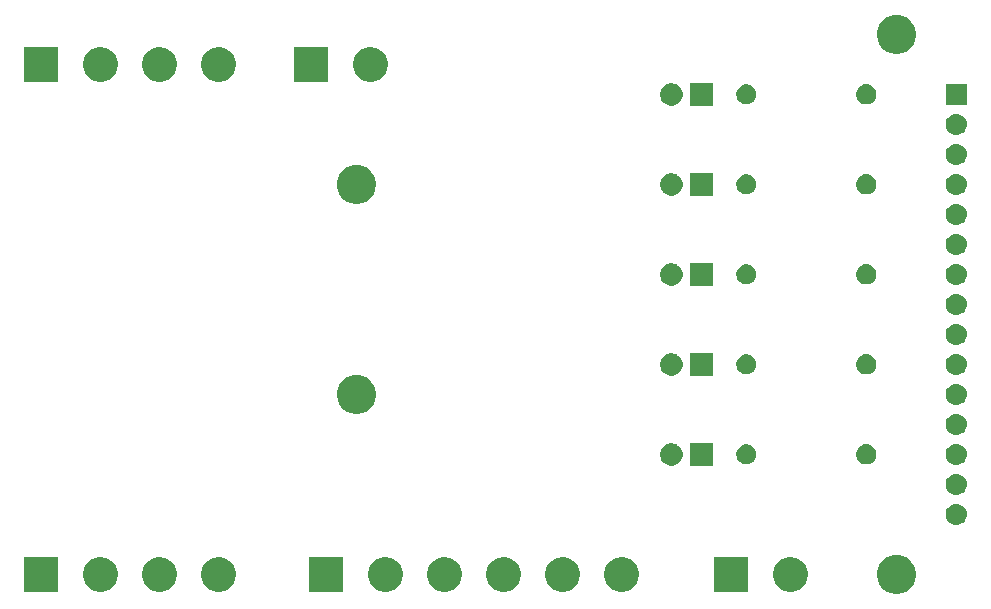
<source format=gbs>
G04 #@! TF.GenerationSoftware,KiCad,Pcbnew,(5.1.2)-2*
G04 #@! TF.CreationDate,2019-06-27T20:53:16-04:00*
G04 #@! TF.ProjectId,connection-portal,636f6e6e-6563-4746-996f-6e2d706f7274,rev?*
G04 #@! TF.SameCoordinates,Original*
G04 #@! TF.FileFunction,Soldermask,Bot*
G04 #@! TF.FilePolarity,Negative*
%FSLAX46Y46*%
G04 Gerber Fmt 4.6, Leading zero omitted, Abs format (unit mm)*
G04 Created by KiCad (PCBNEW (5.1.2)-2) date 2019-06-27 20:53:16*
%MOMM*%
%LPD*%
G04 APERTURE LIST*
%ADD10C,0.100000*%
G04 APERTURE END LIST*
D10*
G36*
X170555256Y-121581298D02*
G01*
X170661579Y-121602447D01*
X170962042Y-121726903D01*
X171232451Y-121907585D01*
X171462415Y-122137549D01*
X171643097Y-122407958D01*
X171767553Y-122708421D01*
X171831000Y-123027391D01*
X171831000Y-123352609D01*
X171767553Y-123671579D01*
X171643097Y-123972042D01*
X171462415Y-124242451D01*
X171232451Y-124472415D01*
X170962042Y-124653097D01*
X170661579Y-124777553D01*
X170555256Y-124798702D01*
X170342611Y-124841000D01*
X170017389Y-124841000D01*
X169804744Y-124798702D01*
X169698421Y-124777553D01*
X169397958Y-124653097D01*
X169127549Y-124472415D01*
X168897585Y-124242451D01*
X168716903Y-123972042D01*
X168592447Y-123671579D01*
X168529000Y-123352609D01*
X168529000Y-123027391D01*
X168592447Y-122708421D01*
X168716903Y-122407958D01*
X168897585Y-122137549D01*
X169127549Y-121907585D01*
X169397958Y-121726903D01*
X169698421Y-121602447D01*
X169804744Y-121581298D01*
X170017389Y-121539000D01*
X170342611Y-121539000D01*
X170555256Y-121581298D01*
X170555256Y-121581298D01*
G37*
G36*
X161633241Y-121794760D02*
G01*
X161897305Y-121904139D01*
X162134958Y-122062934D01*
X162337066Y-122265042D01*
X162495861Y-122502695D01*
X162605240Y-122766759D01*
X162661000Y-123047088D01*
X162661000Y-123332912D01*
X162605240Y-123613241D01*
X162495861Y-123877305D01*
X162337066Y-124114958D01*
X162134958Y-124317066D01*
X161897305Y-124475861D01*
X161633241Y-124585240D01*
X161352912Y-124641000D01*
X161067088Y-124641000D01*
X160786759Y-124585240D01*
X160522695Y-124475861D01*
X160285042Y-124317066D01*
X160082934Y-124114958D01*
X159924139Y-123877305D01*
X159814760Y-123613241D01*
X159759000Y-123332912D01*
X159759000Y-123047088D01*
X159814760Y-122766759D01*
X159924139Y-122502695D01*
X160082934Y-122265042D01*
X160285042Y-122062934D01*
X160522695Y-121904139D01*
X160786759Y-121794760D01*
X161067088Y-121739000D01*
X161352912Y-121739000D01*
X161633241Y-121794760D01*
X161633241Y-121794760D01*
G37*
G36*
X157661000Y-124641000D02*
G01*
X154759000Y-124641000D01*
X154759000Y-121739000D01*
X157661000Y-121739000D01*
X157661000Y-124641000D01*
X157661000Y-124641000D01*
G37*
G36*
X99241000Y-124641000D02*
G01*
X96339000Y-124641000D01*
X96339000Y-121739000D01*
X99241000Y-121739000D01*
X99241000Y-124641000D01*
X99241000Y-124641000D01*
G37*
G36*
X103213241Y-121794760D02*
G01*
X103477305Y-121904139D01*
X103714958Y-122062934D01*
X103917066Y-122265042D01*
X104075861Y-122502695D01*
X104185240Y-122766759D01*
X104241000Y-123047088D01*
X104241000Y-123332912D01*
X104185240Y-123613241D01*
X104075861Y-123877305D01*
X103917066Y-124114958D01*
X103714958Y-124317066D01*
X103477305Y-124475861D01*
X103213241Y-124585240D01*
X102932912Y-124641000D01*
X102647088Y-124641000D01*
X102366759Y-124585240D01*
X102102695Y-124475861D01*
X101865042Y-124317066D01*
X101662934Y-124114958D01*
X101504139Y-123877305D01*
X101394760Y-123613241D01*
X101339000Y-123332912D01*
X101339000Y-123047088D01*
X101394760Y-122766759D01*
X101504139Y-122502695D01*
X101662934Y-122265042D01*
X101865042Y-122062934D01*
X102102695Y-121904139D01*
X102366759Y-121794760D01*
X102647088Y-121739000D01*
X102932912Y-121739000D01*
X103213241Y-121794760D01*
X103213241Y-121794760D01*
G37*
G36*
X108213241Y-121794760D02*
G01*
X108477305Y-121904139D01*
X108714958Y-122062934D01*
X108917066Y-122265042D01*
X109075861Y-122502695D01*
X109185240Y-122766759D01*
X109241000Y-123047088D01*
X109241000Y-123332912D01*
X109185240Y-123613241D01*
X109075861Y-123877305D01*
X108917066Y-124114958D01*
X108714958Y-124317066D01*
X108477305Y-124475861D01*
X108213241Y-124585240D01*
X107932912Y-124641000D01*
X107647088Y-124641000D01*
X107366759Y-124585240D01*
X107102695Y-124475861D01*
X106865042Y-124317066D01*
X106662934Y-124114958D01*
X106504139Y-123877305D01*
X106394760Y-123613241D01*
X106339000Y-123332912D01*
X106339000Y-123047088D01*
X106394760Y-122766759D01*
X106504139Y-122502695D01*
X106662934Y-122265042D01*
X106865042Y-122062934D01*
X107102695Y-121904139D01*
X107366759Y-121794760D01*
X107647088Y-121739000D01*
X107932912Y-121739000D01*
X108213241Y-121794760D01*
X108213241Y-121794760D01*
G37*
G36*
X113213241Y-121794760D02*
G01*
X113477305Y-121904139D01*
X113714958Y-122062934D01*
X113917066Y-122265042D01*
X114075861Y-122502695D01*
X114185240Y-122766759D01*
X114241000Y-123047088D01*
X114241000Y-123332912D01*
X114185240Y-123613241D01*
X114075861Y-123877305D01*
X113917066Y-124114958D01*
X113714958Y-124317066D01*
X113477305Y-124475861D01*
X113213241Y-124585240D01*
X112932912Y-124641000D01*
X112647088Y-124641000D01*
X112366759Y-124585240D01*
X112102695Y-124475861D01*
X111865042Y-124317066D01*
X111662934Y-124114958D01*
X111504139Y-123877305D01*
X111394760Y-123613241D01*
X111339000Y-123332912D01*
X111339000Y-123047088D01*
X111394760Y-122766759D01*
X111504139Y-122502695D01*
X111662934Y-122265042D01*
X111865042Y-122062934D01*
X112102695Y-121904139D01*
X112366759Y-121794760D01*
X112647088Y-121739000D01*
X112932912Y-121739000D01*
X113213241Y-121794760D01*
X113213241Y-121794760D01*
G37*
G36*
X127343241Y-121794760D02*
G01*
X127607305Y-121904139D01*
X127844958Y-122062934D01*
X128047066Y-122265042D01*
X128205861Y-122502695D01*
X128315240Y-122766759D01*
X128371000Y-123047088D01*
X128371000Y-123332912D01*
X128315240Y-123613241D01*
X128205861Y-123877305D01*
X128047066Y-124114958D01*
X127844958Y-124317066D01*
X127607305Y-124475861D01*
X127343241Y-124585240D01*
X127062912Y-124641000D01*
X126777088Y-124641000D01*
X126496759Y-124585240D01*
X126232695Y-124475861D01*
X125995042Y-124317066D01*
X125792934Y-124114958D01*
X125634139Y-123877305D01*
X125524760Y-123613241D01*
X125469000Y-123332912D01*
X125469000Y-123047088D01*
X125524760Y-122766759D01*
X125634139Y-122502695D01*
X125792934Y-122265042D01*
X125995042Y-122062934D01*
X126232695Y-121904139D01*
X126496759Y-121794760D01*
X126777088Y-121739000D01*
X127062912Y-121739000D01*
X127343241Y-121794760D01*
X127343241Y-121794760D01*
G37*
G36*
X132343241Y-121794760D02*
G01*
X132607305Y-121904139D01*
X132844958Y-122062934D01*
X133047066Y-122265042D01*
X133205861Y-122502695D01*
X133315240Y-122766759D01*
X133371000Y-123047088D01*
X133371000Y-123332912D01*
X133315240Y-123613241D01*
X133205861Y-123877305D01*
X133047066Y-124114958D01*
X132844958Y-124317066D01*
X132607305Y-124475861D01*
X132343241Y-124585240D01*
X132062912Y-124641000D01*
X131777088Y-124641000D01*
X131496759Y-124585240D01*
X131232695Y-124475861D01*
X130995042Y-124317066D01*
X130792934Y-124114958D01*
X130634139Y-123877305D01*
X130524760Y-123613241D01*
X130469000Y-123332912D01*
X130469000Y-123047088D01*
X130524760Y-122766759D01*
X130634139Y-122502695D01*
X130792934Y-122265042D01*
X130995042Y-122062934D01*
X131232695Y-121904139D01*
X131496759Y-121794760D01*
X131777088Y-121739000D01*
X132062912Y-121739000D01*
X132343241Y-121794760D01*
X132343241Y-121794760D01*
G37*
G36*
X137343241Y-121794760D02*
G01*
X137607305Y-121904139D01*
X137844958Y-122062934D01*
X138047066Y-122265042D01*
X138205861Y-122502695D01*
X138315240Y-122766759D01*
X138371000Y-123047088D01*
X138371000Y-123332912D01*
X138315240Y-123613241D01*
X138205861Y-123877305D01*
X138047066Y-124114958D01*
X137844958Y-124317066D01*
X137607305Y-124475861D01*
X137343241Y-124585240D01*
X137062912Y-124641000D01*
X136777088Y-124641000D01*
X136496759Y-124585240D01*
X136232695Y-124475861D01*
X135995042Y-124317066D01*
X135792934Y-124114958D01*
X135634139Y-123877305D01*
X135524760Y-123613241D01*
X135469000Y-123332912D01*
X135469000Y-123047088D01*
X135524760Y-122766759D01*
X135634139Y-122502695D01*
X135792934Y-122265042D01*
X135995042Y-122062934D01*
X136232695Y-121904139D01*
X136496759Y-121794760D01*
X136777088Y-121739000D01*
X137062912Y-121739000D01*
X137343241Y-121794760D01*
X137343241Y-121794760D01*
G37*
G36*
X142343241Y-121794760D02*
G01*
X142607305Y-121904139D01*
X142844958Y-122062934D01*
X143047066Y-122265042D01*
X143205861Y-122502695D01*
X143315240Y-122766759D01*
X143371000Y-123047088D01*
X143371000Y-123332912D01*
X143315240Y-123613241D01*
X143205861Y-123877305D01*
X143047066Y-124114958D01*
X142844958Y-124317066D01*
X142607305Y-124475861D01*
X142343241Y-124585240D01*
X142062912Y-124641000D01*
X141777088Y-124641000D01*
X141496759Y-124585240D01*
X141232695Y-124475861D01*
X140995042Y-124317066D01*
X140792934Y-124114958D01*
X140634139Y-123877305D01*
X140524760Y-123613241D01*
X140469000Y-123332912D01*
X140469000Y-123047088D01*
X140524760Y-122766759D01*
X140634139Y-122502695D01*
X140792934Y-122265042D01*
X140995042Y-122062934D01*
X141232695Y-121904139D01*
X141496759Y-121794760D01*
X141777088Y-121739000D01*
X142062912Y-121739000D01*
X142343241Y-121794760D01*
X142343241Y-121794760D01*
G37*
G36*
X147343241Y-121794760D02*
G01*
X147607305Y-121904139D01*
X147844958Y-122062934D01*
X148047066Y-122265042D01*
X148205861Y-122502695D01*
X148315240Y-122766759D01*
X148371000Y-123047088D01*
X148371000Y-123332912D01*
X148315240Y-123613241D01*
X148205861Y-123877305D01*
X148047066Y-124114958D01*
X147844958Y-124317066D01*
X147607305Y-124475861D01*
X147343241Y-124585240D01*
X147062912Y-124641000D01*
X146777088Y-124641000D01*
X146496759Y-124585240D01*
X146232695Y-124475861D01*
X145995042Y-124317066D01*
X145792934Y-124114958D01*
X145634139Y-123877305D01*
X145524760Y-123613241D01*
X145469000Y-123332912D01*
X145469000Y-123047088D01*
X145524760Y-122766759D01*
X145634139Y-122502695D01*
X145792934Y-122265042D01*
X145995042Y-122062934D01*
X146232695Y-121904139D01*
X146496759Y-121794760D01*
X146777088Y-121739000D01*
X147062912Y-121739000D01*
X147343241Y-121794760D01*
X147343241Y-121794760D01*
G37*
G36*
X123371000Y-124641000D02*
G01*
X120469000Y-124641000D01*
X120469000Y-121739000D01*
X123371000Y-121739000D01*
X123371000Y-124641000D01*
X123371000Y-124641000D01*
G37*
G36*
X175370443Y-117215519D02*
G01*
X175436627Y-117222037D01*
X175606466Y-117273557D01*
X175762991Y-117357222D01*
X175798729Y-117386552D01*
X175900186Y-117469814D01*
X175983448Y-117571271D01*
X176012778Y-117607009D01*
X176096443Y-117763534D01*
X176147963Y-117933373D01*
X176165359Y-118110000D01*
X176147963Y-118286627D01*
X176096443Y-118456466D01*
X176012778Y-118612991D01*
X175983448Y-118648729D01*
X175900186Y-118750186D01*
X175798729Y-118833448D01*
X175762991Y-118862778D01*
X175606466Y-118946443D01*
X175436627Y-118997963D01*
X175370443Y-119004481D01*
X175304260Y-119011000D01*
X175215740Y-119011000D01*
X175149557Y-119004481D01*
X175083373Y-118997963D01*
X174913534Y-118946443D01*
X174757009Y-118862778D01*
X174721271Y-118833448D01*
X174619814Y-118750186D01*
X174536552Y-118648729D01*
X174507222Y-118612991D01*
X174423557Y-118456466D01*
X174372037Y-118286627D01*
X174354641Y-118110000D01*
X174372037Y-117933373D01*
X174423557Y-117763534D01*
X174507222Y-117607009D01*
X174536552Y-117571271D01*
X174619814Y-117469814D01*
X174721271Y-117386552D01*
X174757009Y-117357222D01*
X174913534Y-117273557D01*
X175083373Y-117222037D01*
X175149557Y-117215519D01*
X175215740Y-117209000D01*
X175304260Y-117209000D01*
X175370443Y-117215519D01*
X175370443Y-117215519D01*
G37*
G36*
X175370443Y-114675519D02*
G01*
X175436627Y-114682037D01*
X175606466Y-114733557D01*
X175762991Y-114817222D01*
X175798729Y-114846552D01*
X175900186Y-114929814D01*
X175983448Y-115031271D01*
X176012778Y-115067009D01*
X176096443Y-115223534D01*
X176147963Y-115393373D01*
X176165359Y-115570000D01*
X176147963Y-115746627D01*
X176096443Y-115916466D01*
X176012778Y-116072991D01*
X175983448Y-116108729D01*
X175900186Y-116210186D01*
X175798729Y-116293448D01*
X175762991Y-116322778D01*
X175606466Y-116406443D01*
X175436627Y-116457963D01*
X175370442Y-116464482D01*
X175304260Y-116471000D01*
X175215740Y-116471000D01*
X175149558Y-116464482D01*
X175083373Y-116457963D01*
X174913534Y-116406443D01*
X174757009Y-116322778D01*
X174721271Y-116293448D01*
X174619814Y-116210186D01*
X174536552Y-116108729D01*
X174507222Y-116072991D01*
X174423557Y-115916466D01*
X174372037Y-115746627D01*
X174354641Y-115570000D01*
X174372037Y-115393373D01*
X174423557Y-115223534D01*
X174507222Y-115067009D01*
X174536552Y-115031271D01*
X174619814Y-114929814D01*
X174721271Y-114846552D01*
X174757009Y-114817222D01*
X174913534Y-114733557D01*
X175083373Y-114682037D01*
X175149557Y-114675519D01*
X175215740Y-114669000D01*
X175304260Y-114669000D01*
X175370443Y-114675519D01*
X175370443Y-114675519D01*
G37*
G36*
X151407395Y-112115546D02*
G01*
X151580466Y-112187234D01*
X151617086Y-112211703D01*
X151736227Y-112291310D01*
X151868690Y-112423773D01*
X151911284Y-112487520D01*
X151972766Y-112579534D01*
X152044454Y-112752605D01*
X152081000Y-112936333D01*
X152081000Y-113123667D01*
X152044454Y-113307395D01*
X151972766Y-113480466D01*
X151972765Y-113480467D01*
X151868690Y-113636227D01*
X151736227Y-113768690D01*
X151713092Y-113784148D01*
X151580466Y-113872766D01*
X151407395Y-113944454D01*
X151223667Y-113981000D01*
X151036333Y-113981000D01*
X150852605Y-113944454D01*
X150679534Y-113872766D01*
X150546908Y-113784148D01*
X150523773Y-113768690D01*
X150391310Y-113636227D01*
X150287235Y-113480467D01*
X150287234Y-113480466D01*
X150215546Y-113307395D01*
X150179000Y-113123667D01*
X150179000Y-112936333D01*
X150215546Y-112752605D01*
X150287234Y-112579534D01*
X150348716Y-112487520D01*
X150391310Y-112423773D01*
X150523773Y-112291310D01*
X150642914Y-112211703D01*
X150679534Y-112187234D01*
X150852605Y-112115546D01*
X151036333Y-112079000D01*
X151223667Y-112079000D01*
X151407395Y-112115546D01*
X151407395Y-112115546D01*
G37*
G36*
X154621000Y-113981000D02*
G01*
X152719000Y-113981000D01*
X152719000Y-112079000D01*
X154621000Y-112079000D01*
X154621000Y-113981000D01*
X154621000Y-113981000D01*
G37*
G36*
X175370443Y-112135519D02*
G01*
X175436627Y-112142037D01*
X175606466Y-112193557D01*
X175762991Y-112277222D01*
X175780156Y-112291309D01*
X175900186Y-112389814D01*
X175980369Y-112487519D01*
X176012778Y-112527009D01*
X176096443Y-112683534D01*
X176147963Y-112853373D01*
X176165359Y-113030000D01*
X176147963Y-113206627D01*
X176096443Y-113376466D01*
X176012778Y-113532991D01*
X175983448Y-113568729D01*
X175900186Y-113670186D01*
X175798729Y-113753448D01*
X175762991Y-113782778D01*
X175606466Y-113866443D01*
X175436627Y-113917963D01*
X175370443Y-113924481D01*
X175304260Y-113931000D01*
X175215740Y-113931000D01*
X175149557Y-113924481D01*
X175083373Y-113917963D01*
X174913534Y-113866443D01*
X174757009Y-113782778D01*
X174721271Y-113753448D01*
X174619814Y-113670186D01*
X174536552Y-113568729D01*
X174507222Y-113532991D01*
X174423557Y-113376466D01*
X174372037Y-113206627D01*
X174354641Y-113030000D01*
X174372037Y-112853373D01*
X174423557Y-112683534D01*
X174507222Y-112527009D01*
X174539631Y-112487519D01*
X174619814Y-112389814D01*
X174739844Y-112291309D01*
X174757009Y-112277222D01*
X174913534Y-112193557D01*
X175083373Y-112142037D01*
X175149557Y-112135519D01*
X175215740Y-112129000D01*
X175304260Y-112129000D01*
X175370443Y-112135519D01*
X175370443Y-112135519D01*
G37*
G36*
X167806823Y-112191313D02*
G01*
X167967242Y-112239976D01*
X168034361Y-112275852D01*
X168115078Y-112318996D01*
X168244659Y-112425341D01*
X168351004Y-112554922D01*
X168351005Y-112554924D01*
X168430024Y-112702758D01*
X168478687Y-112863177D01*
X168495117Y-113030000D01*
X168478687Y-113196823D01*
X168430024Y-113357242D01*
X168389477Y-113433100D01*
X168351004Y-113505078D01*
X168244659Y-113634659D01*
X168115078Y-113741004D01*
X168115076Y-113741005D01*
X167967242Y-113820024D01*
X167806823Y-113868687D01*
X167681804Y-113881000D01*
X167598196Y-113881000D01*
X167473177Y-113868687D01*
X167312758Y-113820024D01*
X167164924Y-113741005D01*
X167164922Y-113741004D01*
X167035341Y-113634659D01*
X166928996Y-113505078D01*
X166890523Y-113433100D01*
X166849976Y-113357242D01*
X166801313Y-113196823D01*
X166784883Y-113030000D01*
X166801313Y-112863177D01*
X166849976Y-112702758D01*
X166928995Y-112554924D01*
X166928996Y-112554922D01*
X167035341Y-112425341D01*
X167164922Y-112318996D01*
X167245639Y-112275852D01*
X167312758Y-112239976D01*
X167473177Y-112191313D01*
X167598196Y-112179000D01*
X167681804Y-112179000D01*
X167806823Y-112191313D01*
X167806823Y-112191313D01*
G37*
G36*
X157728228Y-112211703D02*
G01*
X157883100Y-112275853D01*
X158022481Y-112368985D01*
X158141015Y-112487519D01*
X158234147Y-112626900D01*
X158298297Y-112781772D01*
X158331000Y-112946184D01*
X158331000Y-113113816D01*
X158298297Y-113278228D01*
X158234147Y-113433100D01*
X158141015Y-113572481D01*
X158022481Y-113691015D01*
X157883100Y-113784147D01*
X157728228Y-113848297D01*
X157563816Y-113881000D01*
X157396184Y-113881000D01*
X157231772Y-113848297D01*
X157076900Y-113784147D01*
X156937519Y-113691015D01*
X156818985Y-113572481D01*
X156725853Y-113433100D01*
X156661703Y-113278228D01*
X156629000Y-113113816D01*
X156629000Y-112946184D01*
X156661703Y-112781772D01*
X156725853Y-112626900D01*
X156818985Y-112487519D01*
X156937519Y-112368985D01*
X157076900Y-112275853D01*
X157231772Y-112211703D01*
X157396184Y-112179000D01*
X157563816Y-112179000D01*
X157728228Y-112211703D01*
X157728228Y-112211703D01*
G37*
G36*
X175370442Y-109595518D02*
G01*
X175436627Y-109602037D01*
X175606466Y-109653557D01*
X175762991Y-109737222D01*
X175798729Y-109766552D01*
X175900186Y-109849814D01*
X175983448Y-109951271D01*
X176012778Y-109987009D01*
X176096443Y-110143534D01*
X176147963Y-110313373D01*
X176165359Y-110490000D01*
X176147963Y-110666627D01*
X176096443Y-110836466D01*
X176012778Y-110992991D01*
X175983448Y-111028729D01*
X175900186Y-111130186D01*
X175798729Y-111213448D01*
X175762991Y-111242778D01*
X175606466Y-111326443D01*
X175436627Y-111377963D01*
X175370443Y-111384481D01*
X175304260Y-111391000D01*
X175215740Y-111391000D01*
X175149557Y-111384481D01*
X175083373Y-111377963D01*
X174913534Y-111326443D01*
X174757009Y-111242778D01*
X174721271Y-111213448D01*
X174619814Y-111130186D01*
X174536552Y-111028729D01*
X174507222Y-110992991D01*
X174423557Y-110836466D01*
X174372037Y-110666627D01*
X174354641Y-110490000D01*
X174372037Y-110313373D01*
X174423557Y-110143534D01*
X174507222Y-109987009D01*
X174536552Y-109951271D01*
X174619814Y-109849814D01*
X174721271Y-109766552D01*
X174757009Y-109737222D01*
X174913534Y-109653557D01*
X175083373Y-109602037D01*
X175149558Y-109595518D01*
X175215740Y-109589000D01*
X175304260Y-109589000D01*
X175370442Y-109595518D01*
X175370442Y-109595518D01*
G37*
G36*
X124835256Y-106341298D02*
G01*
X124941579Y-106362447D01*
X125242042Y-106486903D01*
X125512451Y-106667585D01*
X125742415Y-106897549D01*
X125923097Y-107167958D01*
X126047553Y-107468421D01*
X126111000Y-107787391D01*
X126111000Y-108112609D01*
X126047553Y-108431579D01*
X125923097Y-108732042D01*
X125742415Y-109002451D01*
X125512451Y-109232415D01*
X125242042Y-109413097D01*
X124941579Y-109537553D01*
X124835256Y-109558702D01*
X124622611Y-109601000D01*
X124297389Y-109601000D01*
X124084744Y-109558702D01*
X123978421Y-109537553D01*
X123677958Y-109413097D01*
X123407549Y-109232415D01*
X123177585Y-109002451D01*
X122996903Y-108732042D01*
X122872447Y-108431579D01*
X122809000Y-108112609D01*
X122809000Y-107787391D01*
X122872447Y-107468421D01*
X122996903Y-107167958D01*
X123177585Y-106897549D01*
X123407549Y-106667585D01*
X123677958Y-106486903D01*
X123978421Y-106362447D01*
X124084744Y-106341298D01*
X124297389Y-106299000D01*
X124622611Y-106299000D01*
X124835256Y-106341298D01*
X124835256Y-106341298D01*
G37*
G36*
X175370442Y-107055518D02*
G01*
X175436627Y-107062037D01*
X175606466Y-107113557D01*
X175762991Y-107197222D01*
X175798729Y-107226552D01*
X175900186Y-107309814D01*
X175983448Y-107411271D01*
X176012778Y-107447009D01*
X176096443Y-107603534D01*
X176147963Y-107773373D01*
X176165359Y-107950000D01*
X176147963Y-108126627D01*
X176096443Y-108296466D01*
X176012778Y-108452991D01*
X175983448Y-108488729D01*
X175900186Y-108590186D01*
X175798729Y-108673448D01*
X175762991Y-108702778D01*
X175606466Y-108786443D01*
X175436627Y-108837963D01*
X175370442Y-108844482D01*
X175304260Y-108851000D01*
X175215740Y-108851000D01*
X175149558Y-108844482D01*
X175083373Y-108837963D01*
X174913534Y-108786443D01*
X174757009Y-108702778D01*
X174721271Y-108673448D01*
X174619814Y-108590186D01*
X174536552Y-108488729D01*
X174507222Y-108452991D01*
X174423557Y-108296466D01*
X174372037Y-108126627D01*
X174354641Y-107950000D01*
X174372037Y-107773373D01*
X174423557Y-107603534D01*
X174507222Y-107447009D01*
X174536552Y-107411271D01*
X174619814Y-107309814D01*
X174721271Y-107226552D01*
X174757009Y-107197222D01*
X174913534Y-107113557D01*
X175083373Y-107062037D01*
X175149558Y-107055518D01*
X175215740Y-107049000D01*
X175304260Y-107049000D01*
X175370442Y-107055518D01*
X175370442Y-107055518D01*
G37*
G36*
X151407395Y-104495546D02*
G01*
X151580466Y-104567234D01*
X151617086Y-104591703D01*
X151736227Y-104671310D01*
X151868690Y-104803773D01*
X151911284Y-104867520D01*
X151972766Y-104959534D01*
X152044454Y-105132605D01*
X152081000Y-105316333D01*
X152081000Y-105503667D01*
X152044454Y-105687395D01*
X151972766Y-105860466D01*
X151972765Y-105860467D01*
X151868690Y-106016227D01*
X151736227Y-106148690D01*
X151713092Y-106164148D01*
X151580466Y-106252766D01*
X151407395Y-106324454D01*
X151223667Y-106361000D01*
X151036333Y-106361000D01*
X150852605Y-106324454D01*
X150679534Y-106252766D01*
X150546908Y-106164148D01*
X150523773Y-106148690D01*
X150391310Y-106016227D01*
X150287235Y-105860467D01*
X150287234Y-105860466D01*
X150215546Y-105687395D01*
X150179000Y-105503667D01*
X150179000Y-105316333D01*
X150215546Y-105132605D01*
X150287234Y-104959534D01*
X150348716Y-104867520D01*
X150391310Y-104803773D01*
X150523773Y-104671310D01*
X150642914Y-104591703D01*
X150679534Y-104567234D01*
X150852605Y-104495546D01*
X151036333Y-104459000D01*
X151223667Y-104459000D01*
X151407395Y-104495546D01*
X151407395Y-104495546D01*
G37*
G36*
X154621000Y-106361000D02*
G01*
X152719000Y-106361000D01*
X152719000Y-104459000D01*
X154621000Y-104459000D01*
X154621000Y-106361000D01*
X154621000Y-106361000D01*
G37*
G36*
X175370443Y-104515519D02*
G01*
X175436627Y-104522037D01*
X175606466Y-104573557D01*
X175762991Y-104657222D01*
X175780156Y-104671309D01*
X175900186Y-104769814D01*
X175980369Y-104867519D01*
X176012778Y-104907009D01*
X176096443Y-105063534D01*
X176147963Y-105233373D01*
X176165359Y-105410000D01*
X176147963Y-105586627D01*
X176096443Y-105756466D01*
X176012778Y-105912991D01*
X175983448Y-105948729D01*
X175900186Y-106050186D01*
X175798729Y-106133448D01*
X175762991Y-106162778D01*
X175606466Y-106246443D01*
X175436627Y-106297963D01*
X175370442Y-106304482D01*
X175304260Y-106311000D01*
X175215740Y-106311000D01*
X175149558Y-106304482D01*
X175083373Y-106297963D01*
X174913534Y-106246443D01*
X174757009Y-106162778D01*
X174721271Y-106133448D01*
X174619814Y-106050186D01*
X174536552Y-105948729D01*
X174507222Y-105912991D01*
X174423557Y-105756466D01*
X174372037Y-105586627D01*
X174354641Y-105410000D01*
X174372037Y-105233373D01*
X174423557Y-105063534D01*
X174507222Y-104907009D01*
X174539631Y-104867519D01*
X174619814Y-104769814D01*
X174739844Y-104671309D01*
X174757009Y-104657222D01*
X174913534Y-104573557D01*
X175083373Y-104522037D01*
X175149557Y-104515519D01*
X175215740Y-104509000D01*
X175304260Y-104509000D01*
X175370443Y-104515519D01*
X175370443Y-104515519D01*
G37*
G36*
X157728228Y-104591703D02*
G01*
X157883100Y-104655853D01*
X158022481Y-104748985D01*
X158141015Y-104867519D01*
X158234147Y-105006900D01*
X158298297Y-105161772D01*
X158331000Y-105326184D01*
X158331000Y-105493816D01*
X158298297Y-105658228D01*
X158234147Y-105813100D01*
X158141015Y-105952481D01*
X158022481Y-106071015D01*
X157883100Y-106164147D01*
X157728228Y-106228297D01*
X157563816Y-106261000D01*
X157396184Y-106261000D01*
X157231772Y-106228297D01*
X157076900Y-106164147D01*
X156937519Y-106071015D01*
X156818985Y-105952481D01*
X156725853Y-105813100D01*
X156661703Y-105658228D01*
X156629000Y-105493816D01*
X156629000Y-105326184D01*
X156661703Y-105161772D01*
X156725853Y-105006900D01*
X156818985Y-104867519D01*
X156937519Y-104748985D01*
X157076900Y-104655853D01*
X157231772Y-104591703D01*
X157396184Y-104559000D01*
X157563816Y-104559000D01*
X157728228Y-104591703D01*
X157728228Y-104591703D01*
G37*
G36*
X167806823Y-104571313D02*
G01*
X167967242Y-104619976D01*
X168034361Y-104655852D01*
X168115078Y-104698996D01*
X168244659Y-104805341D01*
X168351004Y-104934922D01*
X168351005Y-104934924D01*
X168430024Y-105082758D01*
X168478687Y-105243177D01*
X168495117Y-105410000D01*
X168478687Y-105576823D01*
X168430024Y-105737242D01*
X168389477Y-105813100D01*
X168351004Y-105885078D01*
X168244659Y-106014659D01*
X168115078Y-106121004D01*
X168115076Y-106121005D01*
X167967242Y-106200024D01*
X167806823Y-106248687D01*
X167681804Y-106261000D01*
X167598196Y-106261000D01*
X167473177Y-106248687D01*
X167312758Y-106200024D01*
X167164924Y-106121005D01*
X167164922Y-106121004D01*
X167035341Y-106014659D01*
X166928996Y-105885078D01*
X166890523Y-105813100D01*
X166849976Y-105737242D01*
X166801313Y-105576823D01*
X166784883Y-105410000D01*
X166801313Y-105243177D01*
X166849976Y-105082758D01*
X166928995Y-104934924D01*
X166928996Y-104934922D01*
X167035341Y-104805341D01*
X167164922Y-104698996D01*
X167245639Y-104655852D01*
X167312758Y-104619976D01*
X167473177Y-104571313D01*
X167598196Y-104559000D01*
X167681804Y-104559000D01*
X167806823Y-104571313D01*
X167806823Y-104571313D01*
G37*
G36*
X175370442Y-101975518D02*
G01*
X175436627Y-101982037D01*
X175606466Y-102033557D01*
X175762991Y-102117222D01*
X175798729Y-102146552D01*
X175900186Y-102229814D01*
X175983448Y-102331271D01*
X176012778Y-102367009D01*
X176096443Y-102523534D01*
X176147963Y-102693373D01*
X176165359Y-102870000D01*
X176147963Y-103046627D01*
X176096443Y-103216466D01*
X176012778Y-103372991D01*
X175983448Y-103408729D01*
X175900186Y-103510186D01*
X175798729Y-103593448D01*
X175762991Y-103622778D01*
X175606466Y-103706443D01*
X175436627Y-103757963D01*
X175370443Y-103764481D01*
X175304260Y-103771000D01*
X175215740Y-103771000D01*
X175149557Y-103764481D01*
X175083373Y-103757963D01*
X174913534Y-103706443D01*
X174757009Y-103622778D01*
X174721271Y-103593448D01*
X174619814Y-103510186D01*
X174536552Y-103408729D01*
X174507222Y-103372991D01*
X174423557Y-103216466D01*
X174372037Y-103046627D01*
X174354641Y-102870000D01*
X174372037Y-102693373D01*
X174423557Y-102523534D01*
X174507222Y-102367009D01*
X174536552Y-102331271D01*
X174619814Y-102229814D01*
X174721271Y-102146552D01*
X174757009Y-102117222D01*
X174913534Y-102033557D01*
X175083373Y-101982037D01*
X175149558Y-101975518D01*
X175215740Y-101969000D01*
X175304260Y-101969000D01*
X175370442Y-101975518D01*
X175370442Y-101975518D01*
G37*
G36*
X175370443Y-99435519D02*
G01*
X175436627Y-99442037D01*
X175606466Y-99493557D01*
X175762991Y-99577222D01*
X175798729Y-99606552D01*
X175900186Y-99689814D01*
X175983448Y-99791271D01*
X176012778Y-99827009D01*
X176096443Y-99983534D01*
X176147963Y-100153373D01*
X176165359Y-100330000D01*
X176147963Y-100506627D01*
X176096443Y-100676466D01*
X176012778Y-100832991D01*
X175983448Y-100868729D01*
X175900186Y-100970186D01*
X175798729Y-101053448D01*
X175762991Y-101082778D01*
X175606466Y-101166443D01*
X175436627Y-101217963D01*
X175370443Y-101224481D01*
X175304260Y-101231000D01*
X175215740Y-101231000D01*
X175149558Y-101224482D01*
X175083373Y-101217963D01*
X174913534Y-101166443D01*
X174757009Y-101082778D01*
X174721271Y-101053448D01*
X174619814Y-100970186D01*
X174536552Y-100868729D01*
X174507222Y-100832991D01*
X174423557Y-100676466D01*
X174372037Y-100506627D01*
X174354641Y-100330000D01*
X174372037Y-100153373D01*
X174423557Y-99983534D01*
X174507222Y-99827009D01*
X174536552Y-99791271D01*
X174619814Y-99689814D01*
X174721271Y-99606552D01*
X174757009Y-99577222D01*
X174913534Y-99493557D01*
X175083373Y-99442037D01*
X175149558Y-99435518D01*
X175215740Y-99429000D01*
X175304260Y-99429000D01*
X175370443Y-99435519D01*
X175370443Y-99435519D01*
G37*
G36*
X151407395Y-96875546D02*
G01*
X151580466Y-96947234D01*
X151617086Y-96971703D01*
X151736227Y-97051310D01*
X151868690Y-97183773D01*
X151911284Y-97247520D01*
X151972766Y-97339534D01*
X152044454Y-97512605D01*
X152081000Y-97696333D01*
X152081000Y-97883667D01*
X152044454Y-98067395D01*
X151972766Y-98240466D01*
X151972765Y-98240467D01*
X151868690Y-98396227D01*
X151736227Y-98528690D01*
X151713092Y-98544148D01*
X151580466Y-98632766D01*
X151407395Y-98704454D01*
X151223667Y-98741000D01*
X151036333Y-98741000D01*
X150852605Y-98704454D01*
X150679534Y-98632766D01*
X150546908Y-98544148D01*
X150523773Y-98528690D01*
X150391310Y-98396227D01*
X150287235Y-98240467D01*
X150287234Y-98240466D01*
X150215546Y-98067395D01*
X150179000Y-97883667D01*
X150179000Y-97696333D01*
X150215546Y-97512605D01*
X150287234Y-97339534D01*
X150348716Y-97247520D01*
X150391310Y-97183773D01*
X150523773Y-97051310D01*
X150642914Y-96971703D01*
X150679534Y-96947234D01*
X150852605Y-96875546D01*
X151036333Y-96839000D01*
X151223667Y-96839000D01*
X151407395Y-96875546D01*
X151407395Y-96875546D01*
G37*
G36*
X154621000Y-98741000D02*
G01*
X152719000Y-98741000D01*
X152719000Y-96839000D01*
X154621000Y-96839000D01*
X154621000Y-98741000D01*
X154621000Y-98741000D01*
G37*
G36*
X175370442Y-96895518D02*
G01*
X175436627Y-96902037D01*
X175606466Y-96953557D01*
X175762991Y-97037222D01*
X175780156Y-97051309D01*
X175900186Y-97149814D01*
X175980369Y-97247519D01*
X176012778Y-97287009D01*
X176096443Y-97443534D01*
X176147963Y-97613373D01*
X176165359Y-97790000D01*
X176147963Y-97966627D01*
X176096443Y-98136466D01*
X176012778Y-98292991D01*
X175983448Y-98328729D01*
X175900186Y-98430186D01*
X175798729Y-98513448D01*
X175762991Y-98542778D01*
X175606466Y-98626443D01*
X175436627Y-98677963D01*
X175370442Y-98684482D01*
X175304260Y-98691000D01*
X175215740Y-98691000D01*
X175149558Y-98684482D01*
X175083373Y-98677963D01*
X174913534Y-98626443D01*
X174757009Y-98542778D01*
X174721271Y-98513448D01*
X174619814Y-98430186D01*
X174536552Y-98328729D01*
X174507222Y-98292991D01*
X174423557Y-98136466D01*
X174372037Y-97966627D01*
X174354641Y-97790000D01*
X174372037Y-97613373D01*
X174423557Y-97443534D01*
X174507222Y-97287009D01*
X174539631Y-97247519D01*
X174619814Y-97149814D01*
X174739844Y-97051309D01*
X174757009Y-97037222D01*
X174913534Y-96953557D01*
X175083373Y-96902037D01*
X175149558Y-96895518D01*
X175215740Y-96889000D01*
X175304260Y-96889000D01*
X175370442Y-96895518D01*
X175370442Y-96895518D01*
G37*
G36*
X157728228Y-96971703D02*
G01*
X157883100Y-97035853D01*
X158022481Y-97128985D01*
X158141015Y-97247519D01*
X158234147Y-97386900D01*
X158298297Y-97541772D01*
X158331000Y-97706184D01*
X158331000Y-97873816D01*
X158298297Y-98038228D01*
X158234147Y-98193100D01*
X158141015Y-98332481D01*
X158022481Y-98451015D01*
X157883100Y-98544147D01*
X157728228Y-98608297D01*
X157563816Y-98641000D01*
X157396184Y-98641000D01*
X157231772Y-98608297D01*
X157076900Y-98544147D01*
X156937519Y-98451015D01*
X156818985Y-98332481D01*
X156725853Y-98193100D01*
X156661703Y-98038228D01*
X156629000Y-97873816D01*
X156629000Y-97706184D01*
X156661703Y-97541772D01*
X156725853Y-97386900D01*
X156818985Y-97247519D01*
X156937519Y-97128985D01*
X157076900Y-97035853D01*
X157231772Y-96971703D01*
X157396184Y-96939000D01*
X157563816Y-96939000D01*
X157728228Y-96971703D01*
X157728228Y-96971703D01*
G37*
G36*
X167806823Y-96951313D02*
G01*
X167967242Y-96999976D01*
X168034361Y-97035852D01*
X168115078Y-97078996D01*
X168244659Y-97185341D01*
X168351004Y-97314922D01*
X168351005Y-97314924D01*
X168430024Y-97462758D01*
X168478687Y-97623177D01*
X168495117Y-97790000D01*
X168478687Y-97956823D01*
X168430024Y-98117242D01*
X168389477Y-98193100D01*
X168351004Y-98265078D01*
X168244659Y-98394659D01*
X168115078Y-98501004D01*
X168115076Y-98501005D01*
X167967242Y-98580024D01*
X167806823Y-98628687D01*
X167681804Y-98641000D01*
X167598196Y-98641000D01*
X167473177Y-98628687D01*
X167312758Y-98580024D01*
X167164924Y-98501005D01*
X167164922Y-98501004D01*
X167035341Y-98394659D01*
X166928996Y-98265078D01*
X166890523Y-98193100D01*
X166849976Y-98117242D01*
X166801313Y-97956823D01*
X166784883Y-97790000D01*
X166801313Y-97623177D01*
X166849976Y-97462758D01*
X166928995Y-97314924D01*
X166928996Y-97314922D01*
X167035341Y-97185341D01*
X167164922Y-97078996D01*
X167245639Y-97035852D01*
X167312758Y-96999976D01*
X167473177Y-96951313D01*
X167598196Y-96939000D01*
X167681804Y-96939000D01*
X167806823Y-96951313D01*
X167806823Y-96951313D01*
G37*
G36*
X175370442Y-94355518D02*
G01*
X175436627Y-94362037D01*
X175606466Y-94413557D01*
X175762991Y-94497222D01*
X175798729Y-94526552D01*
X175900186Y-94609814D01*
X175983448Y-94711271D01*
X176012778Y-94747009D01*
X176096443Y-94903534D01*
X176147963Y-95073373D01*
X176165359Y-95250000D01*
X176147963Y-95426627D01*
X176096443Y-95596466D01*
X176012778Y-95752991D01*
X175983448Y-95788729D01*
X175900186Y-95890186D01*
X175798729Y-95973448D01*
X175762991Y-96002778D01*
X175606466Y-96086443D01*
X175436627Y-96137963D01*
X175370443Y-96144481D01*
X175304260Y-96151000D01*
X175215740Y-96151000D01*
X175149558Y-96144482D01*
X175083373Y-96137963D01*
X174913534Y-96086443D01*
X174757009Y-96002778D01*
X174721271Y-95973448D01*
X174619814Y-95890186D01*
X174536552Y-95788729D01*
X174507222Y-95752991D01*
X174423557Y-95596466D01*
X174372037Y-95426627D01*
X174354641Y-95250000D01*
X174372037Y-95073373D01*
X174423557Y-94903534D01*
X174507222Y-94747009D01*
X174536552Y-94711271D01*
X174619814Y-94609814D01*
X174721271Y-94526552D01*
X174757009Y-94497222D01*
X174913534Y-94413557D01*
X175083373Y-94362037D01*
X175149557Y-94355519D01*
X175215740Y-94349000D01*
X175304260Y-94349000D01*
X175370442Y-94355518D01*
X175370442Y-94355518D01*
G37*
G36*
X175370442Y-91815518D02*
G01*
X175436627Y-91822037D01*
X175606466Y-91873557D01*
X175762991Y-91957222D01*
X175798729Y-91986552D01*
X175900186Y-92069814D01*
X175983448Y-92171271D01*
X176012778Y-92207009D01*
X176096443Y-92363534D01*
X176147963Y-92533373D01*
X176165359Y-92710000D01*
X176147963Y-92886627D01*
X176096443Y-93056466D01*
X176012778Y-93212991D01*
X175983448Y-93248729D01*
X175900186Y-93350186D01*
X175798729Y-93433448D01*
X175762991Y-93462778D01*
X175606466Y-93546443D01*
X175436627Y-93597963D01*
X175370442Y-93604482D01*
X175304260Y-93611000D01*
X175215740Y-93611000D01*
X175149557Y-93604481D01*
X175083373Y-93597963D01*
X174913534Y-93546443D01*
X174757009Y-93462778D01*
X174721271Y-93433448D01*
X174619814Y-93350186D01*
X174536552Y-93248729D01*
X174507222Y-93212991D01*
X174423557Y-93056466D01*
X174372037Y-92886627D01*
X174354641Y-92710000D01*
X174372037Y-92533373D01*
X174423557Y-92363534D01*
X174507222Y-92207009D01*
X174536552Y-92171271D01*
X174619814Y-92069814D01*
X174721271Y-91986552D01*
X174757009Y-91957222D01*
X174913534Y-91873557D01*
X175083373Y-91822037D01*
X175149558Y-91815518D01*
X175215740Y-91809000D01*
X175304260Y-91809000D01*
X175370442Y-91815518D01*
X175370442Y-91815518D01*
G37*
G36*
X124835256Y-88561298D02*
G01*
X124941579Y-88582447D01*
X125242042Y-88706903D01*
X125512451Y-88887585D01*
X125742415Y-89117549D01*
X125923097Y-89387958D01*
X126047553Y-89688421D01*
X126053742Y-89719534D01*
X126111000Y-90007389D01*
X126111000Y-90332611D01*
X126078253Y-90497239D01*
X126047553Y-90651579D01*
X125923097Y-90952042D01*
X125742415Y-91222451D01*
X125512451Y-91452415D01*
X125242042Y-91633097D01*
X124941579Y-91757553D01*
X124835256Y-91778702D01*
X124622611Y-91821000D01*
X124297389Y-91821000D01*
X124084744Y-91778702D01*
X123978421Y-91757553D01*
X123677958Y-91633097D01*
X123407549Y-91452415D01*
X123177585Y-91222451D01*
X122996903Y-90952042D01*
X122872447Y-90651579D01*
X122841747Y-90497239D01*
X122809000Y-90332611D01*
X122809000Y-90007389D01*
X122866258Y-89719534D01*
X122872447Y-89688421D01*
X122996903Y-89387958D01*
X123177585Y-89117549D01*
X123407549Y-88887585D01*
X123677958Y-88706903D01*
X123978421Y-88582447D01*
X124084744Y-88561298D01*
X124297389Y-88519000D01*
X124622611Y-88519000D01*
X124835256Y-88561298D01*
X124835256Y-88561298D01*
G37*
G36*
X151407395Y-89255546D02*
G01*
X151580466Y-89327234D01*
X151617086Y-89351703D01*
X151736227Y-89431310D01*
X151868690Y-89563773D01*
X151911284Y-89627520D01*
X151972766Y-89719534D01*
X152044454Y-89892605D01*
X152081000Y-90076333D01*
X152081000Y-90263667D01*
X152044454Y-90447395D01*
X151972766Y-90620466D01*
X151951977Y-90651579D01*
X151868690Y-90776227D01*
X151736227Y-90908690D01*
X151713092Y-90924148D01*
X151580466Y-91012766D01*
X151407395Y-91084454D01*
X151223667Y-91121000D01*
X151036333Y-91121000D01*
X150852605Y-91084454D01*
X150679534Y-91012766D01*
X150546908Y-90924148D01*
X150523773Y-90908690D01*
X150391310Y-90776227D01*
X150308023Y-90651579D01*
X150287234Y-90620466D01*
X150215546Y-90447395D01*
X150179000Y-90263667D01*
X150179000Y-90076333D01*
X150215546Y-89892605D01*
X150287234Y-89719534D01*
X150348716Y-89627520D01*
X150391310Y-89563773D01*
X150523773Y-89431310D01*
X150642914Y-89351703D01*
X150679534Y-89327234D01*
X150852605Y-89255546D01*
X151036333Y-89219000D01*
X151223667Y-89219000D01*
X151407395Y-89255546D01*
X151407395Y-89255546D01*
G37*
G36*
X154621000Y-91121000D02*
G01*
X152719000Y-91121000D01*
X152719000Y-89219000D01*
X154621000Y-89219000D01*
X154621000Y-91121000D01*
X154621000Y-91121000D01*
G37*
G36*
X175370443Y-89275519D02*
G01*
X175436627Y-89282037D01*
X175606466Y-89333557D01*
X175762991Y-89417222D01*
X175780156Y-89431309D01*
X175900186Y-89529814D01*
X175980369Y-89627519D01*
X176012778Y-89667009D01*
X176096443Y-89823534D01*
X176147963Y-89993373D01*
X176165359Y-90170000D01*
X176147963Y-90346627D01*
X176096443Y-90516466D01*
X176012778Y-90672991D01*
X175983448Y-90708729D01*
X175900186Y-90810186D01*
X175798729Y-90893448D01*
X175762991Y-90922778D01*
X175606466Y-91006443D01*
X175436627Y-91057963D01*
X175370442Y-91064482D01*
X175304260Y-91071000D01*
X175215740Y-91071000D01*
X175149558Y-91064482D01*
X175083373Y-91057963D01*
X174913534Y-91006443D01*
X174757009Y-90922778D01*
X174721271Y-90893448D01*
X174619814Y-90810186D01*
X174536552Y-90708729D01*
X174507222Y-90672991D01*
X174423557Y-90516466D01*
X174372037Y-90346627D01*
X174354641Y-90170000D01*
X174372037Y-89993373D01*
X174423557Y-89823534D01*
X174507222Y-89667009D01*
X174539631Y-89627519D01*
X174619814Y-89529814D01*
X174739844Y-89431309D01*
X174757009Y-89417222D01*
X174913534Y-89333557D01*
X175083373Y-89282037D01*
X175149557Y-89275519D01*
X175215740Y-89269000D01*
X175304260Y-89269000D01*
X175370443Y-89275519D01*
X175370443Y-89275519D01*
G37*
G36*
X157728228Y-89351703D02*
G01*
X157883100Y-89415853D01*
X158022481Y-89508985D01*
X158141015Y-89627519D01*
X158234147Y-89766900D01*
X158298297Y-89921772D01*
X158331000Y-90086184D01*
X158331000Y-90253816D01*
X158298297Y-90418228D01*
X158234147Y-90573100D01*
X158141015Y-90712481D01*
X158022481Y-90831015D01*
X157883100Y-90924147D01*
X157728228Y-90988297D01*
X157563816Y-91021000D01*
X157396184Y-91021000D01*
X157231772Y-90988297D01*
X157076900Y-90924147D01*
X156937519Y-90831015D01*
X156818985Y-90712481D01*
X156725853Y-90573100D01*
X156661703Y-90418228D01*
X156629000Y-90253816D01*
X156629000Y-90086184D01*
X156661703Y-89921772D01*
X156725853Y-89766900D01*
X156818985Y-89627519D01*
X156937519Y-89508985D01*
X157076900Y-89415853D01*
X157231772Y-89351703D01*
X157396184Y-89319000D01*
X157563816Y-89319000D01*
X157728228Y-89351703D01*
X157728228Y-89351703D01*
G37*
G36*
X167806823Y-89331313D02*
G01*
X167967242Y-89379976D01*
X168034361Y-89415852D01*
X168115078Y-89458996D01*
X168244659Y-89565341D01*
X168351004Y-89694922D01*
X168351005Y-89694924D01*
X168430024Y-89842758D01*
X168478687Y-90003177D01*
X168495117Y-90170000D01*
X168478687Y-90336823D01*
X168430024Y-90497242D01*
X168389477Y-90573100D01*
X168351004Y-90645078D01*
X168244659Y-90774659D01*
X168115078Y-90881004D01*
X168115076Y-90881005D01*
X167967242Y-90960024D01*
X167806823Y-91008687D01*
X167681804Y-91021000D01*
X167598196Y-91021000D01*
X167473177Y-91008687D01*
X167312758Y-90960024D01*
X167164924Y-90881005D01*
X167164922Y-90881004D01*
X167035341Y-90774659D01*
X166928996Y-90645078D01*
X166890523Y-90573100D01*
X166849976Y-90497242D01*
X166801313Y-90336823D01*
X166784883Y-90170000D01*
X166801313Y-90003177D01*
X166849976Y-89842758D01*
X166928995Y-89694924D01*
X166928996Y-89694922D01*
X167035341Y-89565341D01*
X167164922Y-89458996D01*
X167245639Y-89415852D01*
X167312758Y-89379976D01*
X167473177Y-89331313D01*
X167598196Y-89319000D01*
X167681804Y-89319000D01*
X167806823Y-89331313D01*
X167806823Y-89331313D01*
G37*
G36*
X175370442Y-86735518D02*
G01*
X175436627Y-86742037D01*
X175606466Y-86793557D01*
X175762991Y-86877222D01*
X175798729Y-86906552D01*
X175900186Y-86989814D01*
X175983448Y-87091271D01*
X176012778Y-87127009D01*
X176096443Y-87283534D01*
X176147963Y-87453373D01*
X176165359Y-87630000D01*
X176147963Y-87806627D01*
X176096443Y-87976466D01*
X176012778Y-88132991D01*
X175983448Y-88168729D01*
X175900186Y-88270186D01*
X175798729Y-88353448D01*
X175762991Y-88382778D01*
X175606466Y-88466443D01*
X175436627Y-88517963D01*
X175370442Y-88524482D01*
X175304260Y-88531000D01*
X175215740Y-88531000D01*
X175149558Y-88524482D01*
X175083373Y-88517963D01*
X174913534Y-88466443D01*
X174757009Y-88382778D01*
X174721271Y-88353448D01*
X174619814Y-88270186D01*
X174536552Y-88168729D01*
X174507222Y-88132991D01*
X174423557Y-87976466D01*
X174372037Y-87806627D01*
X174354641Y-87630000D01*
X174372037Y-87453373D01*
X174423557Y-87283534D01*
X174507222Y-87127009D01*
X174536552Y-87091271D01*
X174619814Y-86989814D01*
X174721271Y-86906552D01*
X174757009Y-86877222D01*
X174913534Y-86793557D01*
X175083373Y-86742037D01*
X175149558Y-86735518D01*
X175215740Y-86729000D01*
X175304260Y-86729000D01*
X175370442Y-86735518D01*
X175370442Y-86735518D01*
G37*
G36*
X175370442Y-84195518D02*
G01*
X175436627Y-84202037D01*
X175606466Y-84253557D01*
X175762991Y-84337222D01*
X175798729Y-84366552D01*
X175900186Y-84449814D01*
X175983448Y-84551271D01*
X176012778Y-84587009D01*
X176096443Y-84743534D01*
X176147963Y-84913373D01*
X176165359Y-85090000D01*
X176147963Y-85266627D01*
X176096443Y-85436466D01*
X176012778Y-85592991D01*
X175983448Y-85628729D01*
X175900186Y-85730186D01*
X175798729Y-85813448D01*
X175762991Y-85842778D01*
X175606466Y-85926443D01*
X175436627Y-85977963D01*
X175370442Y-85984482D01*
X175304260Y-85991000D01*
X175215740Y-85991000D01*
X175149558Y-85984482D01*
X175083373Y-85977963D01*
X174913534Y-85926443D01*
X174757009Y-85842778D01*
X174721271Y-85813448D01*
X174619814Y-85730186D01*
X174536552Y-85628729D01*
X174507222Y-85592991D01*
X174423557Y-85436466D01*
X174372037Y-85266627D01*
X174354641Y-85090000D01*
X174372037Y-84913373D01*
X174423557Y-84743534D01*
X174507222Y-84587009D01*
X174536552Y-84551271D01*
X174619814Y-84449814D01*
X174721271Y-84366552D01*
X174757009Y-84337222D01*
X174913534Y-84253557D01*
X175083373Y-84202037D01*
X175149558Y-84195518D01*
X175215740Y-84189000D01*
X175304260Y-84189000D01*
X175370442Y-84195518D01*
X175370442Y-84195518D01*
G37*
G36*
X151407395Y-81635546D02*
G01*
X151580466Y-81707234D01*
X151586572Y-81711314D01*
X151736227Y-81811310D01*
X151868690Y-81943773D01*
X151911284Y-82007520D01*
X151972766Y-82099534D01*
X152044454Y-82272605D01*
X152081000Y-82456333D01*
X152081000Y-82643667D01*
X152044454Y-82827395D01*
X151972766Y-83000466D01*
X151972765Y-83000467D01*
X151868690Y-83156227D01*
X151736227Y-83288690D01*
X151713092Y-83304148D01*
X151580466Y-83392766D01*
X151407395Y-83464454D01*
X151223667Y-83501000D01*
X151036333Y-83501000D01*
X150852605Y-83464454D01*
X150679534Y-83392766D01*
X150546908Y-83304148D01*
X150523773Y-83288690D01*
X150391310Y-83156227D01*
X150287235Y-83000467D01*
X150287234Y-83000466D01*
X150215546Y-82827395D01*
X150179000Y-82643667D01*
X150179000Y-82456333D01*
X150215546Y-82272605D01*
X150287234Y-82099534D01*
X150348716Y-82007520D01*
X150391310Y-81943773D01*
X150523773Y-81811310D01*
X150673428Y-81711314D01*
X150679534Y-81707234D01*
X150852605Y-81635546D01*
X151036333Y-81599000D01*
X151223667Y-81599000D01*
X151407395Y-81635546D01*
X151407395Y-81635546D01*
G37*
G36*
X154621000Y-83501000D02*
G01*
X152719000Y-83501000D01*
X152719000Y-81599000D01*
X154621000Y-81599000D01*
X154621000Y-83501000D01*
X154621000Y-83501000D01*
G37*
G36*
X176161000Y-83451000D02*
G01*
X174359000Y-83451000D01*
X174359000Y-81649000D01*
X176161000Y-81649000D01*
X176161000Y-83451000D01*
X176161000Y-83451000D01*
G37*
G36*
X167806823Y-81711313D02*
G01*
X167967242Y-81759976D01*
X168034361Y-81795852D01*
X168115078Y-81838996D01*
X168244659Y-81945341D01*
X168351004Y-82074922D01*
X168351005Y-82074924D01*
X168430024Y-82222758D01*
X168478687Y-82383177D01*
X168495117Y-82550000D01*
X168478687Y-82716823D01*
X168430024Y-82877242D01*
X168389477Y-82953100D01*
X168351004Y-83025078D01*
X168244659Y-83154659D01*
X168115078Y-83261004D01*
X168115076Y-83261005D01*
X167967242Y-83340024D01*
X167806823Y-83388687D01*
X167681804Y-83401000D01*
X167598196Y-83401000D01*
X167473177Y-83388687D01*
X167312758Y-83340024D01*
X167164924Y-83261005D01*
X167164922Y-83261004D01*
X167035341Y-83154659D01*
X166928996Y-83025078D01*
X166890523Y-82953100D01*
X166849976Y-82877242D01*
X166801313Y-82716823D01*
X166784883Y-82550000D01*
X166801313Y-82383177D01*
X166849976Y-82222758D01*
X166928995Y-82074924D01*
X166928996Y-82074922D01*
X167035341Y-81945341D01*
X167164922Y-81838996D01*
X167245639Y-81795852D01*
X167312758Y-81759976D01*
X167473177Y-81711313D01*
X167598196Y-81699000D01*
X167681804Y-81699000D01*
X167806823Y-81711313D01*
X167806823Y-81711313D01*
G37*
G36*
X157728228Y-81731703D02*
G01*
X157883100Y-81795853D01*
X158022481Y-81888985D01*
X158141015Y-82007519D01*
X158234147Y-82146900D01*
X158298297Y-82301772D01*
X158331000Y-82466184D01*
X158331000Y-82633816D01*
X158298297Y-82798228D01*
X158234147Y-82953100D01*
X158141015Y-83092481D01*
X158022481Y-83211015D01*
X157883100Y-83304147D01*
X157728228Y-83368297D01*
X157563816Y-83401000D01*
X157396184Y-83401000D01*
X157231772Y-83368297D01*
X157076900Y-83304147D01*
X156937519Y-83211015D01*
X156818985Y-83092481D01*
X156725853Y-82953100D01*
X156661703Y-82798228D01*
X156629000Y-82633816D01*
X156629000Y-82466184D01*
X156661703Y-82301772D01*
X156725853Y-82146900D01*
X156818985Y-82007519D01*
X156937519Y-81888985D01*
X157076900Y-81795853D01*
X157231772Y-81731703D01*
X157396184Y-81699000D01*
X157563816Y-81699000D01*
X157728228Y-81731703D01*
X157728228Y-81731703D01*
G37*
G36*
X99241000Y-81461000D02*
G01*
X96339000Y-81461000D01*
X96339000Y-78559000D01*
X99241000Y-78559000D01*
X99241000Y-81461000D01*
X99241000Y-81461000D01*
G37*
G36*
X126073241Y-78614760D02*
G01*
X126337305Y-78724139D01*
X126574958Y-78882934D01*
X126777066Y-79085042D01*
X126935861Y-79322695D01*
X127045240Y-79586759D01*
X127101000Y-79867088D01*
X127101000Y-80152912D01*
X127045240Y-80433241D01*
X126935861Y-80697305D01*
X126777066Y-80934958D01*
X126574958Y-81137066D01*
X126337305Y-81295861D01*
X126073241Y-81405240D01*
X125792912Y-81461000D01*
X125507088Y-81461000D01*
X125226759Y-81405240D01*
X124962695Y-81295861D01*
X124725042Y-81137066D01*
X124522934Y-80934958D01*
X124364139Y-80697305D01*
X124254760Y-80433241D01*
X124199000Y-80152912D01*
X124199000Y-79867088D01*
X124254760Y-79586759D01*
X124364139Y-79322695D01*
X124522934Y-79085042D01*
X124725042Y-78882934D01*
X124962695Y-78724139D01*
X125226759Y-78614760D01*
X125507088Y-78559000D01*
X125792912Y-78559000D01*
X126073241Y-78614760D01*
X126073241Y-78614760D01*
G37*
G36*
X122101000Y-81461000D02*
G01*
X119199000Y-81461000D01*
X119199000Y-78559000D01*
X122101000Y-78559000D01*
X122101000Y-81461000D01*
X122101000Y-81461000D01*
G37*
G36*
X113213241Y-78614760D02*
G01*
X113477305Y-78724139D01*
X113714958Y-78882934D01*
X113917066Y-79085042D01*
X114075861Y-79322695D01*
X114185240Y-79586759D01*
X114241000Y-79867088D01*
X114241000Y-80152912D01*
X114185240Y-80433241D01*
X114075861Y-80697305D01*
X113917066Y-80934958D01*
X113714958Y-81137066D01*
X113477305Y-81295861D01*
X113213241Y-81405240D01*
X112932912Y-81461000D01*
X112647088Y-81461000D01*
X112366759Y-81405240D01*
X112102695Y-81295861D01*
X111865042Y-81137066D01*
X111662934Y-80934958D01*
X111504139Y-80697305D01*
X111394760Y-80433241D01*
X111339000Y-80152912D01*
X111339000Y-79867088D01*
X111394760Y-79586759D01*
X111504139Y-79322695D01*
X111662934Y-79085042D01*
X111865042Y-78882934D01*
X112102695Y-78724139D01*
X112366759Y-78614760D01*
X112647088Y-78559000D01*
X112932912Y-78559000D01*
X113213241Y-78614760D01*
X113213241Y-78614760D01*
G37*
G36*
X108213241Y-78614760D02*
G01*
X108477305Y-78724139D01*
X108714958Y-78882934D01*
X108917066Y-79085042D01*
X109075861Y-79322695D01*
X109185240Y-79586759D01*
X109241000Y-79867088D01*
X109241000Y-80152912D01*
X109185240Y-80433241D01*
X109075861Y-80697305D01*
X108917066Y-80934958D01*
X108714958Y-81137066D01*
X108477305Y-81295861D01*
X108213241Y-81405240D01*
X107932912Y-81461000D01*
X107647088Y-81461000D01*
X107366759Y-81405240D01*
X107102695Y-81295861D01*
X106865042Y-81137066D01*
X106662934Y-80934958D01*
X106504139Y-80697305D01*
X106394760Y-80433241D01*
X106339000Y-80152912D01*
X106339000Y-79867088D01*
X106394760Y-79586759D01*
X106504139Y-79322695D01*
X106662934Y-79085042D01*
X106865042Y-78882934D01*
X107102695Y-78724139D01*
X107366759Y-78614760D01*
X107647088Y-78559000D01*
X107932912Y-78559000D01*
X108213241Y-78614760D01*
X108213241Y-78614760D01*
G37*
G36*
X103213241Y-78614760D02*
G01*
X103477305Y-78724139D01*
X103714958Y-78882934D01*
X103917066Y-79085042D01*
X104075861Y-79322695D01*
X104185240Y-79586759D01*
X104241000Y-79867088D01*
X104241000Y-80152912D01*
X104185240Y-80433241D01*
X104075861Y-80697305D01*
X103917066Y-80934958D01*
X103714958Y-81137066D01*
X103477305Y-81295861D01*
X103213241Y-81405240D01*
X102932912Y-81461000D01*
X102647088Y-81461000D01*
X102366759Y-81405240D01*
X102102695Y-81295861D01*
X101865042Y-81137066D01*
X101662934Y-80934958D01*
X101504139Y-80697305D01*
X101394760Y-80433241D01*
X101339000Y-80152912D01*
X101339000Y-79867088D01*
X101394760Y-79586759D01*
X101504139Y-79322695D01*
X101662934Y-79085042D01*
X101865042Y-78882934D01*
X102102695Y-78724139D01*
X102366759Y-78614760D01*
X102647088Y-78559000D01*
X102932912Y-78559000D01*
X103213241Y-78614760D01*
X103213241Y-78614760D01*
G37*
G36*
X170555256Y-75861298D02*
G01*
X170661579Y-75882447D01*
X170962042Y-76006903D01*
X171232451Y-76187585D01*
X171462415Y-76417549D01*
X171643097Y-76687958D01*
X171767553Y-76988421D01*
X171831000Y-77307391D01*
X171831000Y-77632609D01*
X171767553Y-77951579D01*
X171643097Y-78252042D01*
X171462415Y-78522451D01*
X171232451Y-78752415D01*
X170962042Y-78933097D01*
X170661579Y-79057553D01*
X170555256Y-79078702D01*
X170342611Y-79121000D01*
X170017389Y-79121000D01*
X169804744Y-79078702D01*
X169698421Y-79057553D01*
X169397958Y-78933097D01*
X169127549Y-78752415D01*
X168897585Y-78522451D01*
X168716903Y-78252042D01*
X168592447Y-77951579D01*
X168529000Y-77632609D01*
X168529000Y-77307391D01*
X168592447Y-76988421D01*
X168716903Y-76687958D01*
X168897585Y-76417549D01*
X169127549Y-76187585D01*
X169397958Y-76006903D01*
X169698421Y-75882447D01*
X169804744Y-75861298D01*
X170017389Y-75819000D01*
X170342611Y-75819000D01*
X170555256Y-75861298D01*
X170555256Y-75861298D01*
G37*
M02*

</source>
